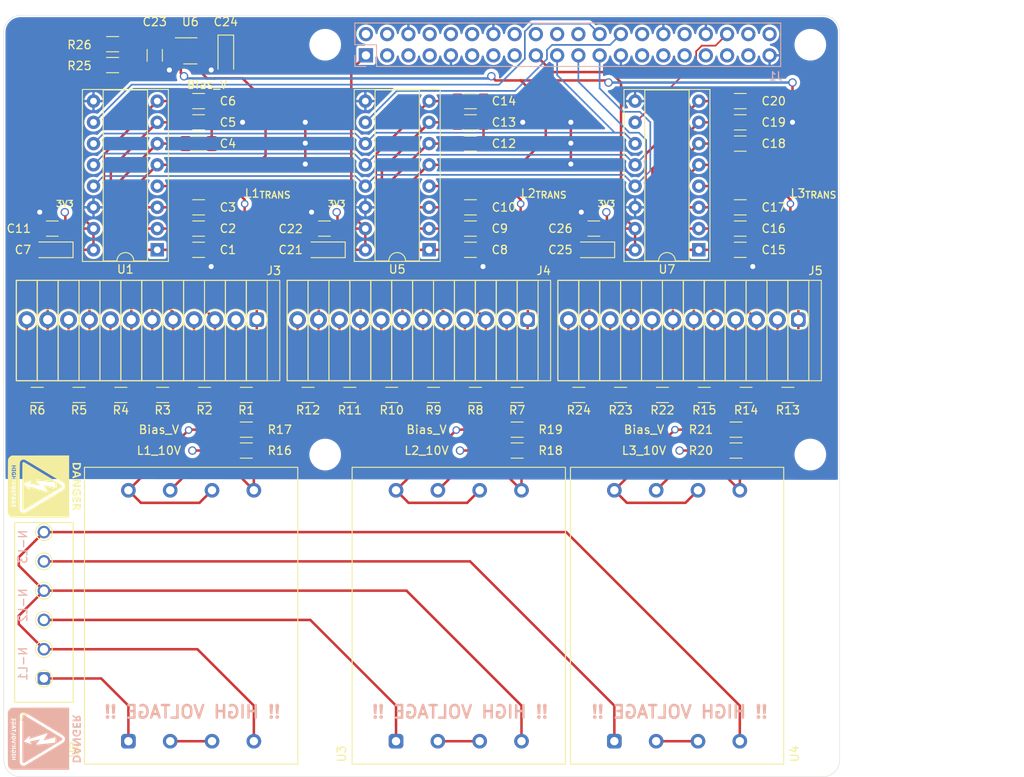
<source format=kicad_pcb>
(kicad_pcb (version 20241229) (generator "pcbnew") (generator_version "9.0")
  (title_block (date "15 nov 2012"))
  (layers (0 "F.Cu" signal) (2 "B.Cu" signal) (13 "F.Paste" user) (15 "B.Paste" user) (5 "F.SilkS" user "F.Silkscreen") (7 "B.SilkS" user "B.Silkscreen") (1 "F.Mask" user) (3 "B.Mask" user) (25 "Edge.Cuts" user))
  (net 0 "")
  (net 1 "GND")
  (net 2 "/GPIO[2]{slash}SDA1")
  (net 3 "/GPIO[3]{slash}SCL1")
  (net 4 "/GPIO[4]{slash}GPCLK0")
  (net 5 "/GPIO[14]{slash}TXD0")
  (net 6 "/GPIO[15]{slash}RXD0")
  (net 7 "/GPIO[17]")
  (net 8 "/GPIO[18]{slash}PCM.CLK")
  (net 9 "/GPIO[27]")
  (net 10 "/GPIO[22]")
  (net 11 "/GPIO[23]")
  (net 12 "/GPIO[24]")
  (net 13 "/GPIO[10]{slash}SPI0.MOSI")
  (net 14 "/GPIO[9]{slash}SPI0.MISO")
  (net 15 "/GPIO[25]")
  (net 16 "/GPIO[11]{slash}SPI0.SCLK")
  (net 17 "/GPIO[8]{slash}SPI0.CE0")
  (net 18 "/GPIO[7]{slash}SPI0.CE1")
  (net 19 "/ID_SDA")
  (net 20 "/ID_SCL")
  (net 21 "/GPIO[5]")
  (net 22 "/GPIO[6]")
  (net 23 "/GPIO[12]{slash}PWM0")
  (net 24 "/GPIO[13]{slash}PWM1")
  (net 25 "/GPIO[19]{slash}PCM.FS")
  (net 26 "/GPIO[16]")
  (net 27 "/GPIO[26]")
  (net 28 "/GPIO[20]{slash}PCM.DIN")
  (net 29 "/GPIO[21]{slash}PCM.DOUT")
  (net 30 "+5V")
  (net 31 "/L1CT1")
  (net 32 "/L1CT2")
  (net 33 "/L1CT3")
  (net 34 "/L1CT4")
  (net 35 "/L1CT5")
  (net 36 "/L1CT6")
  (net 37 "+3.3V")
  (net 38 "/L2CT1")
  (net 39 "/L2CT2")
  (net 40 "/L2CT3")
  (net 41 "/L2CT4")
  (net 42 "/L2CT5")
  (net 43 "/L2CT6")
  (net 44 "/L3CT1")
  (net 45 "/L3CT2")
  (net 46 "/L3CT3")
  (net 47 "/L3CT4")
  (net 48 "/L3CT5")
  (net 49 "/L3CT6")
  (net 50 "Net-(C23-Pad1)")
  (net 51 "/L1")
  (net 52 "/N")
  (net 53 "/L2")
  (net 54 "/L3")
  (net 55 "/Bias_V")
  (net 56 "/L1_{TRANS}")
  (net 57 "/L2_{TRANS}")
  (net 58 "/L3_{TRANS}")
  (net 59 "Net-(U2-Pad2)")
  (net 60 "Net-(U3-Pad2)")
  (net 61 "Net-(U4-Pad2)")
  (net 62 "Net-(R16-Pad1)")
  (net 63 "Net-(R18-Pad1)")
  (net 64 "Net-(R20-Pad1)")
  (footprint "Package_DIP:DIP-16_W7.62mm_Socket" (layer "F.Cu") (at 115.92 72.02 180)
    (property "Reference" "U5")
    (property "Value" "MCP3008")
  )
  (footprint "Resistor_SMD:R_1206_3216Metric_Pad1.30x1.75mm_HandSolder" (layer "F.Cu") (at 94.07 89.37 180)
    (property "Reference" "R1")
    (property "Value" "22R")
  )
  (footprint "Resistor_SMD:R_1206_3216Metric_Pad1.30x1.75mm_HandSolder" (layer "F.Cu") (at 84.07 89.37 180)
    (property "Reference" "R3")
    (property "Value" "22R")
  )
  (footprint "Capacitor_SMD:C_1206_3216Metric_Pad1.33x1.80mm_HandSolder" (layer "F.Cu") (at 120.87 56.78)
    (property "Reference" "C13")
    (property "Value" "10nF")
  )
  (footprint "MountingHole:MountingHole_2.7mm_M2.5" (layer "F.Cu") (at 161.5 47.5)
    (property "Reference" "MH2" (hide yes))
    (property "Value" "MountingHole_2.7mm_M2.5" (hide yes))
  )
  (footprint "Package_TO_SOT_SMD:SOT-23-5" (layer "F.Cu") (at 87.37988 48.2325)
    (property "Reference" "U6")
    (property "Value" "LMV321")
  )
  (footprint "Resistor_SMD:R_1206_3216Metric_Pad1.30x1.75mm_HandSolder" (layer "F.Cu") (at 158.82 89.37 180)
    (property "Reference" "R13")
    (property "Value" "22R")
  )
  (footprint "Resistor_SMD:R_1206_3216Metric_Pad1.30x1.75mm_HandSolder" (layer "F.Cu") (at 116.45 89.37 180)
    (property "Reference" "R9")
    (property "Value" "22R")
  )
  (footprint "Resistor_SMD:R_1206_3216Metric_Pad1.30x1.75mm_HandSolder" (layer "F.Cu") (at 101.45 89.37 180)
    (property "Reference" "R12")
    (property "Value" "22R")
  )
  (footprint "Resistor_SMD:R_1206_3216Metric_Pad1.30x1.75mm_HandSolder" (layer "F.Cu") (at 153.82 89.37 180)
    (property "Reference" "R14")
    (property "Value" "22R")
  )
  (footprint "Resistor_SMD:R_1206_3216Metric_Pad1.30x1.75mm_HandSolder" (layer "F.Cu") (at 133.82 89.37 180)
    (property "Reference" "R24")
    (property "Value" "22R")
  )
  (footprint "Resistor_SMD:R_1206_3216Metric_Pad1.30x1.75mm_HandSolder" (layer "F.Cu") (at 152.62 96.02)
    (property "Reference" "R20")
    (property "Value" "100k")
  )
  (footprint "Capacitor_SMD:C_1206_3216Metric_Pad1.33x1.80mm_HandSolder" (layer "F.Cu") (at 135.62 69.48 180)
    (property "Reference" "C26")
    (property "Value" "100nF")
  )
  (footprint "RPiWattMeterFootprints:PhoenixContact_PTSA 0,5_12-2,5-F" (layer "F.Cu") (at 127.7 80.369117 180)
    (property "Reference" "J4")
    (property "Value" "Screw_Terminal_01x12")
  )
  (footprint "Capacitor_SMD:C_1206_3216Metric_Pad1.33x1.80mm_HandSolder" (layer "F.Cu") (at 153.12 54.24)
    (property "Reference" "C20")
    (property "Value" "10nF")
  )
  (footprint "Capacitor_SMD:C_1206_3216Metric_Pad1.33x1.80mm_HandSolder" (layer "F.Cu") (at 153.12 69.48 180)
    (property "Reference" "C16")
    (property "Value" "10nF")
  )
  (footprint "RPiWattMeterFootprints:Hammond_160D20" (layer "F.Cu") (at 79.97 130.77 90)
    (property "Reference" "U2")
    (property "Value" "160D20")
  )
  (footprint "Resistor_SMD:R_1206_3216Metric_Pad1.30x1.75mm_HandSolder" (layer "F.Cu") (at 69.07 89.37 180)
    (property "Reference" "R6")
    (property "Value" "22R")
  )
  (footprint "Resistor_SMD:R_1206_3216Metric_Pad1.30x1.75mm_HandSolder" (layer "F.Cu") (at 78.07988 49.9325)
    (property "Reference" "R25")
    (property "Value" "12k")
  )
  (footprint "Capacitor_Tantalum_SMD:CP_EIA-3216-12_Kemet-S_Pad1.58x1.35mm_HandSolder" (layer "F.Cu") (at 91.62 48.8325 -90)
    (property "Reference" "C24")
    (property "Value" "100nF")
  )
  (footprint "Capacitor_SMD:C_1206_3216Metric_Pad1.33x1.80mm_HandSolder" (layer "F.Cu") (at 88.37 72.02 180)
    (property "Reference" "C1")
    (property "Value" "10nF")
  )
  (footprint "Resistor_SMD:R_1206_3216Metric_Pad1.30x1.75mm_HandSolder" (layer "F.Cu") (at 94.07 93.52)
    (property "Reference" "R17")
    (property "Value" "10k")
  )
  (footprint "Resistor_SMD:R_1206_3216Metric_Pad1.30x1.75mm_HandSolder" (layer "F.Cu") (at 94.07 96.02)
    (property "Reference" "R16")
    (property "Value" "100k")
  )
  (footprint "Resistor_SMD:R_1206_3216Metric_Pad1.30x1.75mm_HandSolder" (layer "F.Cu") (at 126.45 89.37 180)
    (property "Reference" "R7")
    (property "Value" "22R")
  )
  (footprint "Capacitor_SMD:C_1206_3216Metric_Pad1.33x1.80mm_HandSolder" (layer "F.Cu") (at 120.87 54.24)
    (property "Reference" "C14")
    (property "Value" "10nF")
  )
  (footprint "RPiWattMeterFootprints:Hammond_160D20" (layer "F.Cu") (at 111.97 130.77 90)
    (property "Reference" "U3")
    (property "Value" "160D20")
  )
  (footprint "Resistor_SMD:R_1206_3216Metric_Pad1.30x1.75mm_HandSolder" (layer "F.Cu") (at 121.45 89.37 180)
    (property "Reference" "R8")
    (property "Value" "22R")
  )
  (footprint "RPiWattMeterFootprints:PhoenixContact_PTSA 0,5_12-2,5-F" (layer "F.Cu") (at 95.32 80.37 180)
    (property "Reference" "J3")
    (property "Value" "Screw_Terminal_01x12")
  )
  (footprint "Capacitor_Tantalum_SMD:CP_EIA-3216-12_Kemet-S_Pad1.58x1.35mm_HandSolder" (layer "F.Cu") (at 135.62 72.02 180)
    (property "Reference" "C25")
    (property "Value" "220uF")
  )
  (footprint "RPiWattMeterFootprints:PhoenixContact_1891108" (layer "F.Cu") (at 69.87 123.27 90)
    (property "Reference" "J2")
    (property "Value" "Screw_Terminal_01x06" (hide yes))
  )
  (footprint "Capacitor_SMD:C_1206_3216Metric_Pad1.33x1.80mm_HandSolder" (layer "F.Cu") (at 120.87 59.32)
    (property "Reference" "C12")
    (property "Value" "10nF")
  )
  (footprint "Resistor_SMD:R_1206_3216Metric_Pad1.30x1.75mm_HandSolder" (layer "F.Cu") (at 148.82 89.37 180)
    (property "Reference" "R15")
    (property "Value" "22R")
  )
  (footprint "Capacitor_SMD:C_1206_3216Metric_Pad1.33x1.80mm_HandSolder" (layer "F.Cu") (at 88.37 54.24)
    (property "Reference" "C6")
    (property "Value" "10nF")
  )
  (footprint "RPiWattMeterFootprints:Hammond_160D20" (layer "F.Cu") (at 138.07 130.77 90)
    (property "Reference" "U4")
    (property "Value" "160D20")
  )
  (footprint "MountingHole:MountingHole_2.7mm_M2.5" (layer "F.Cu") (at 103.5 96.5)
    (property "Reference" "MH3" (hide yes))
    (property "Value" "MountingHole_2.7mm_M2.5" (hide yes))
  )
  (footprint "Package_DIP:DIP-16_W7.62mm_Socket" (layer "F.Cu") (at 148.17 72.02 180)
    (property "Reference" "U7")
    (property "Value" "MCP3008")
  )
  (footprint "Resistor_SMD:R_1206_3216Metric_Pad1.30x1.75mm_HandSolder" (layer "F.Cu") (at 89.07 89.37 180)
    (property "Reference" "R2")
    (property "Value" "22R")
  )
  (footprint "Capacitor_SMD:C_1206_3216Metric_Pad1.33x1.80mm_HandSolder" (layer "F.Cu") (at 88.37 56.78)
    (property "Reference" "C5")
    (property "Value" "10nF")
  )
  (footprint "Capacitor_SMD:C_1206_3216Metric_Pad1.33x1.80mm_HandSolder" (layer "F.Cu") (at 153.12 66.94 180)
    (property "Reference" "C17")
    (property "Value" "10nF")
  )
  (footprint "Resistor_SMD:R_1206_3216Metric_Pad1.30x1.75mm_HandSolder" (layer "F.Cu") (at 152.62 93.52)
    (property "Reference" "R21")
    (property "Value" "10k")
  )
  (footprint "MountingHole:MountingHole_2.7mm_M2.5" (layer "F.Cu") (at 103.5 47.5)
    (property "Reference" "MH1" (hide yes))
    (property "Value" "MountingHole_2.7mm_M2.5" (hide yes))
  )
  (footprint "Capacitor_SMD:C_1206_3216Metric_Pad1.33x1.80mm_HandSolder" (layer "F.Cu") (at 88.37 69.48 180)
    (property "Reference" "C2")
    (property "Value" "10nF")
  )
  (footprint "Resistor_SMD:R_1206_3216Metric_Pad1.30x1.75mm_HandSolder" (layer "F.Cu") (at 126.45 93.52)
    (property "Reference" "R19")
    (property "Value" "10k")
  )
  (footprint "Capacitor_SMD:C_1206_3216Metric_Pad1.33x1.80mm_HandSolder" (layer "F.Cu") (at 120.87 72.02 180)
    (property "Reference" "C8")
    (property "Value" "10nF")
  )
  (footprint "Resistor_SMD:R_1206_3216Metric_Pad1.30x1.75mm_HandSolder" (layer "F.Cu") (at 74.07 89.37 180)
    (property "Reference" "R5")
    (property "Value" "22R")
  )
  (footprint "Capacitor_Tantalum_SMD:CP_EIA-3216-12_Kemet-S_Pad1.58x1.35mm_HandSolder" (layer "F.Cu") (at 70.87 72.02 180)
    (property "Reference" "C7")
    (property "Value" "220uF")
  )
  (footprint "Capacitor_SMD:C_1206_3216Metric_Pad1.33x1.80mm_HandSolder" (layer "F.Cu") (at 83.12 48.77 -90)
    (property "Reference" "C23")
    (property "Value" "1uF")
  )
  (footprint "Capacitor_SMD:C_1206_3216Metric_Pad1.33x1.80mm_HandSolder" (layer "F.Cu") (at 120.87 66.94 180)
    (property "Reference" "C10")
    (property "Value" "10nF")
  )
  (footprint "Capacitor_SMD:C_1206_3216Metric_Pad1.33x1.80mm_HandSolder" (layer "F.Cu") (at 153.12 59.32)
    (property "Reference" "C18")
    (property "Value" "10nF")
  )
  (footprint "RPiWattMeterFootprints:schem_high_voltage" (layer "F.Cu") (at 70.12 100.27 -90)
    (property "Reference" "G***" (hide yes))
    (property "Value" "LOGO" (hide yes))
  )
  (footprint "Resistor_SMD:R_1206_3216Metric_Pad1.30x1.75mm_HandSolder" (layer "F.Cu") (at 138.82 89.37 180)
    (property "Reference" "R23")
    (property "Value" "22R")
  )
  (footprint "Resistor_SMD:R_1206_3216Metric_Pad1.30x1.75mm_HandSolder" (layer "F.Cu") (at 79.07 89.37 180)
    (property "Reference" "R4")
    (property "Value" "22R")
  )
  (footprint "Resistor_SMD:R_1206_3216Metric_Pad1.30x1.75mm_HandSolder" (layer "F.Cu") (at 126.45 96.02)
    (property "Reference" "R18")
    (property "Value" "100k")
  )
  (footprint "MountingHole:MountingHole_2.7mm_M2.5" (layer "F.Cu") (at 161.5 96.5)
    (property "Reference" "MH4" (hide yes))
    (property "Value" "MountingHole_2.7mm_M2.5" (hide yes))
  )
  (footprint "Resistor_SMD:R_1206_3216Metric_Pad1.30x1.75mm_HandSolder" (layer "F.Cu") (at 78.07988 47.4325 180)
    (property "Reference" "R26")
    (property "Value" "12k")
  )
  (footprint "Resistor_SMD:R_1206_3216Metric_Pad1.30x1.75mm_HandSolder" (layer "F.Cu") (at 111.45 89.37 180)
    (property "Reference" "R10")
    (property "Value" "22R")
  )
  (footprint "Resistor_SMD:R_1206_3216Metric_Pad1.30x1.75mm_HandSolder" (layer "F.Cu") (at 143.82 89.37 180)
    (property "Reference" "R22")
    (property "Value" "22R")
  )
  (footprint "Capacitor_SMD:C_1206_3216Metric_Pad1.33x1.80mm_HandSolder" (layer "F.Cu") (at 70.87 69.48 180)
    (property "Reference" "C11")
    (property "Value" "100nF")
  )
  (footprint "Capacitor_SMD:C_1206_3216Metric_Pad1.33x1.80mm_HandSolder" (layer "F.Cu") (at 88.37 59.32)
    (property "Reference" "C4")
    (property "Value" "10nF")
  )
  (footprint "Capacitor_SMD:C_1206_3216Metric_Pad1.33x1.80mm_HandSolder" (layer "F.Cu") (at 153.12 56.78)
    (property "Reference" "C19")
    (property "Value" "10nF")
  )
  (footprint "Capacitor_SMD:C_1206_3216Metric_Pad1.33x1.80mm_HandSolder" (layer "F.Cu") (at 120.87 69.48 180)
    (property "Reference" "C9")
    (property "Value" "10nF")
  )
  (footprint "Capacitor_SMD:C_1206_3216Metric_Pad1.33x1.80mm_HandSolder" (layer "F.Cu") (at 88.37 66.94 180)
    (property "Reference" "C3")
    (property "Value" "10nF")
  )
  (footprint "Resistor_SMD:R_1206_3216Metric_Pad1.30x1.75mm_HandSolder" (layer "F.Cu") (at 106.45 89.37 180)
    (property "Reference" "R11")
    (property "Value" "22R")
  )
  (footprint "Capacitor_Tantalum_SMD:CP_EIA-3216-12_Kemet-S_Pad1.58x1.35mm_HandSolder" (layer "F.Cu") (at 103.41 72.02 180)
    (property "Reference" "C21")
    (property "Value" "220uF")
  )
  (footprint "Capacitor_SMD:C_1206_3216Metric_Pad1.33x1.80mm_HandSolder" (layer "F.Cu") (at 153.12 72.02 180)
    (property "Reference" "C15")
    (property "Value" "10nF")
  )
  (footprint "Package_DIP:DIP-16_W7.62mm_Socket" (layer "F.Cu") (at 83.42 72.02 180)
    (property "Reference" "U1")
    (property "Value" "MCP3008")
  )
  (footprint "Capacitor_SMD:C_1206_3216Metric_Pad1.33x1.80mm_HandSolder" (layer "F.Cu") (at 103.41 69.48 180)
    (property "Reference" "C22")
    (property "Value" "100nF")
  )
  (footprint "RPiWattMeterFootprints:PhoenixContact_PTSA 0,5_12-2,5-F" (layer "F.Cu") (at 160.07 80.369117 180)
    (property "Reference" "J5")
    (property "Value" "Screw_Terminal_01x12")
  )
  (footprint "Connector_PinSocket_2.54mm:PinSocket_2x20_P2.54mm_Vertical" (layer "B.Cu") (at 108.37 48.77 -90)
    (property "Reference" "J1")
    (property "Value" "GPIO")
  )
  (footprint "RPiWattMeterFootprints:schem_high_voltage" (layer "B.Cu") (at 70.12 130.52 90)
    (property "Reference" "G***" (hide yes))
    (property "Value" "LOGO" (hide yes))
  )
  (gr_line (start 67.075 44) (end 163 44) (stroke (width 0.05)) (layer "Edge.Cuts"))
  (gr_line (start 65.075 133.02) (end 65.075 46) (stroke (width 0.05)) (layer "Edge.Cuts"))
  (gr_line (start 165 46) (end 165 133.02) (stroke (width 0.05)) (layer "Edge.Cuts"))
  (gr_arc (start 163 44) (mid 164.414214 44.585786) (end 165 46) (stroke (width 0.05)) (layer "Edge.Cuts"))
  (gr_line (start 163 135.02) (end 67.075 135.02) (stroke (width 0.05)) (layer "Edge.Cuts"))
  (gr_arc (start 165 133.02) (mid 164.414214 134.434214) (end 163 135.02) (stroke (width 0.05)) (layer "Edge.Cuts"))
  (gr_arc (start 67.075 135.02) (mid 65.660786 134.434214) (end 65.075 133.02) (stroke (width 0.05)) (layer "Edge.Cuts"))
  (gr_arc (start 65.075 46) (mid 65.660786 44.585786) (end 67.075 44) (stroke (width 0.05)) (layer "Edge.Cuts"))
  (gr_text "Bias_V" (at 141.62 93.52 0) (layer "F.SilkS") (effects (font (size 1 1))))
  (gr_text "Bias_V" (at 83.62 93.52 0) (layer "F.SilkS") (effects (font (size 1 1))))
  (gr_text "L1_{TRANS}" (at 96.62 65.27 0) (layer "F.SilkS") (effects (font (size 1 1))))
  (gr_text "L3_{TRANS}" (at 161.87 65.27 0) (layer "F.SilkS") (effects (font (size 1 1))))
  (gr_text "3V3" (at 104.87 66.52 0) (layer "F.SilkS") (effects (font (size 0.75 0.75))))
  (gr_text "L2_10V" (at 115.62 96.02 0) (layer "F.SilkS") (effects (font (size 1 1))))
  (gr_text "3V3" (at 137.12 66.52 0) (layer "F.SilkS") (effects (font (size 0.75 0.75))))
  (gr_text "Bias_V" (at 89.37 52.27 0) (layer "F.SilkS") (effects (font (size 1 1))))
  (gr_text "L1_10V" (at 83.62 96.02 0) (layer "F.SilkS") (effects (font (size 1 1))))
  (gr_text "3V3" (at 72.37 66.52 0) (layer "F.SilkS") (effects (font (size 0.75 0.75))))
  (gr_text "L3_10V" (at 141.62 96.02 0) (layer "F.SilkS") (effects (font (size 1 1))))
  (gr_text "Bias_V" (at 115.62 93.52 0) (layer "F.SilkS") (effects (font (size 1 1))))
  (gr_text "L2_{TRANS}" (at 129.62 65.27 0) (layer "F.SilkS") (effects (font (size 1 1))))
  (gr_text "N-L3" (at 67.37 107.52 -270) (layer "B.SilkS") (effects (font (size 1 1)) (justify mirror)))
  (gr_text "!! HIGH VOLTAGE !!" (at 145.87 127.27 0) (layer "B.SilkS") (effects (font (size 1.5 1.5) (thickness 0.3)) (justify mirror)))
  (gr_text "!! HIGH VOLTAGE !!" (at 119.62 127.27 0) (layer "B.SilkS") (effects (font (size 1.5 1.5) (thickness 0.3)) (justify mirror)))
  (gr_text "N-L1" (at 67.37 121.52 -270) (layer "B.SilkS") (effects (font (size 1 1)) (justify mirror)))
  (gr_text "N-L2" (at 67.37 114.52 -270) (layer "B.SilkS") (effects (font (size 1 1)) (justify mirror)))
  (gr_text "!! HIGH VOLTAGE !!" (at 87.62 127.27 0) (layer "B.SilkS") (effects (font (size 1.5 1.5) (thickness 0.3)) (justify mirror)))
  (segment (start 122.4325 54.24) (end 122.4325 59.32) (width 0.3) (layer "F.Cu") (net 1))
  (segment (start 90.12 50.27) (end 89.87 50.52) (width 0.3) (layer "F.Cu") (net 1))
  (segment (start 77.37 50.77) (end 77.87 51.27) (width 0.3) (layer "F.Cu") (net 1))
  (segment (start 69.3075 69.48) (end 69.3075 71.895) (width 0.3) (layer "F.Cu") (net 1))
  (segment (start 154.6825 66.94) (end 154.6825 72.02) (width 0.3) (layer "F.Cu") (net 1))
  (segment (start 154.6825 56.78) (end 159.36 56.78) (width 0.3) (layer "F.Cu") (net 1))
  (segment (start 89.9325 66.94) (end 89.9325 69.48) (width 0.3) (layer "F.Cu") (net 1))
  (segment (start 91.62 50.27) (end 90.12 50.27) (width 0.3) (layer "F.Cu") (net 1))
  (segment (start 83.12 50.3325) (end 85.22 48.2325) (width 0.3) (layer "F.Cu") (net 1))
  (segment (start 85.22 48.2325) (end 86.24238 48.2325) (width 0.3) (layer "F.Cu") (net 1))
  (segment (start 127.11 56.78) (end 127.12 56.77) (width 0.3) (layer "F.Cu") (net 1))
  (segment (start 154.6825 54.24) (end 154.6825 59.32) (width 0.3) (layer "F.Cu") (net 1))
  (segment (start 83.12 50.3325) (end 84.6825 50.3325) (width 0.3) (layer "F.Cu") (net 1))
  (segment (start 86.24238 48.2325) (end 89.5825 48.2325) (width 0.3) (layer "F.Cu") (net 1))
  (segment (start 89.9325 72.02) (end 89.9325 73.9575) (width 0.3) (layer "F.Cu") (net 1))
  (segment (start 89.9325 73.9575) (end 89.87 74.02) (width 0.3) (layer "F.Cu") (net 1))
  (segment (start 101.12 59.27) (end 101.12 61.77) (width 0.3) (layer "F.Cu") (net 1))
  (segment (start 89.5825 48.2325) (end 91.62 50.27) (width 0.3) (layer "F.Cu") (net 1))
  (segment (start 134.0575 71.895) (end 134.1825 72.02) (width 0.3) (layer "F.Cu") (net 1))
  (segment (start 122.4325 56.78) (end 127.11 56.78) (width 0.3) (layer "F.Cu") (net 1))
  (segment (start 84.6825 50.3325) (end 84.87 50.52) (width 0.3) (layer "F.Cu") (net 1))
  (segment (start 77.36738 50.77) (end 77.37 50.77) (width 0.3) (layer "F.Cu") (net 1))
  (segment (start 69.3075 71.895) (end 69.4325 72.02) (width 0.3) (layer "F.Cu") (net 1))
  (segment (start 134.12 67.52) (end 134.12 69.4175) (width 0.3) (layer "F.Cu") (net 1))
  (segment (start 89.9325 54.24) (end 89.9325 59.32) (width 0.3) (layer "F.Cu") (net 1))
  (segment (start 101.12 56.77) (end 101.12 59.27) (width 0.3) (layer "F.Cu") (net 1))
  (segment (start 101.87 67.52) (end 101.87 69.4575) (width 0.3) (layer "F.Cu") (net 1))
  (segment (start 122.4325 73.9575) (end 122.37 74.02) (width 0.3) (layer "F.Cu") (net 1))
  (segment (start 132.87 56.77) (end 132.87 59.27) (width 0.3) (layer "F.Cu") (net 1))
  (segment (start 101.8475 69.48) (end 101.8475 71.895) (width 0.3) (layer "F.Cu") (net 1))
  (segment (start 77.87 51.27) (end 82.1825 51.27) (width 0.3) (layer "F.Cu") (net 1))
  (segment (start 134.0575 69.48) (end 134.0575 71.895) (width 0.3) (layer "F.Cu") (net 1))
  (segment (start 93.61 56.78) (end 93.62 56.77) (width 0.3) (layer "F.Cu") (net 1))
  (segment (start 76.52988 49.9325) (end 77.36738 50.77) (width 0.3) (layer "F.Cu") (net 1))
  (segment (start 154.6825 72.02) (end 154.6825 73.9575) (width 0.3) (layer "F.Cu") (net 1))
  (segment (start 89.9325 72.02) (end 89.9325 69.48) (width 0.3) (layer "F.Cu") (net 1))
  (segment (start 134.0575 71.895) (end 134.1825 72.02) (width 0.3) (layer "F.Cu") (net 1))
  (segment (start 154.6825 73.9575) (end 154.62 74.02) (width 0.3) (layer "F.Cu") (net 1))
  (segment (start 101.87 69.4575) (end 101.8475 69.48) (width 0.3) (layer "F.Cu") (net 1))
  (segment (start 132.87 59.27) (end 132.87 61.77) (width 0.3) (layer "F.Cu") (net 1))
  (segment (start 69.37 69.4175) (end 69.3075 69.48) (width 0.3) (layer "F.Cu") (net 1))
  (segment (start 101.8475 71.895) (end 101.9725 72.02) (width 0.3) (layer "F.Cu") (net 1))
  (segment (start 122.4325 72.02) (end 122.4325 73.9575) (width 0.3) (layer "F.Cu") (net 1))
  (segment (start 89.9325 56.78) (end 93.61 56.78) (width 0.3) (layer "F.Cu") (net 1))
  (segment (start 134.0575 69.48) (end 134.0575 71.895) (width 0.3) (layer "F.Cu") (net 1))
  (segment (start 159.36 56.78) (end 159.37 56.77) (width 0.3) (layer "F.Cu") (net 1))
  (segment (start 134.12 69.4175) (end 134.0575 69.48) (width 0.3) (layer "F.Cu") (net 1))
  (segment (start 122.4325 66.94) (end 122.4325 72.02) (width 0.3) (layer "F.Cu") (net 1))
  (segment (start 82.1825 51.27) (end 83.12 50.3325) (width 0.3) (layer "F.Cu") (net 1))
  (segment (start 69.37 67.52) (end 69.37 69.4175) (width 0.3) (layer "F.Cu") (net 1))
  (via (at 93.62 56.77) (size 0.9) (drill 0.6) (layers "F.Cu" "B.Cu") (net 1))
  (via (at 154.62 74.02) (size 0.9) (drill 0.6) (layers "F.Cu" "B.Cu") (net 1))
  (via (at 101.12 59.27) (size 0.9) (drill 0.6) (layers "F.Cu" "B.Cu") (net 1))
  (via (at 89.87 74.02) (size 0.9) (drill 0.6) (layers "F.Cu" "B.Cu") (net 1))
  (via (at 69.37 67.52) (size 0.9) (drill 0.6) (layers "F.Cu" "B.Cu") (net 1))
  (via (at 89.87 50.52) (size 0.9) (drill 0.6) (layers "F.Cu" "B.Cu") (net 1))
  (via (at 132.87 56.77) (size 0.9) (drill 0.6) (layers "F.Cu" "B.Cu") (net 1))
  (via (at 132.87 59.27) (size 0.9) (drill 0.6) (layers "F.Cu" "B.Cu") (net 1))
  (via (at 101.87 67.52) (size 0.9) (drill 0.6) (layers "F.Cu" "B.Cu") (net 1))
  (via (at 132.87 61.77) (size 0.9) (drill 0.6) (layers "F.Cu" "B.Cu") (net 1))
  (via (at 101.12 56.77) (size 0.9) (drill 0.6) (layers "F.Cu" "B.Cu") (net 1))
  (via (at 134.12 67.52) (size 0.9) (drill 0.6) (layers "F.Cu" "B.Cu") (net 1))
  (via (at 127.12 56.77) (size 0.9) (drill 0.6) (layers "F.Cu" "B.Cu") (net 1))
  (via (at 159.37 56.77) (size 0.9) (drill 0.6) (layers "F.Cu" "B.Cu") (net 1))
  (via (at 101.12 61.77) (size 0.9) (drill 0.6) (layers "F.Cu" "B.Cu") (net 1))
  (via (at 122.37 74.02) (size 0.9) (drill 0.6) (layers "F.Cu" "B.Cu") (net 1))
  (via (at 84.87 50.52) (size 0.9) (drill 0.6) (layers "F.Cu" "B.Cu") (net 1))
  (segment (start 131.23 51.13) (end 131.23 48.77) (width 0.2) (layer "B.Cu") (net 13))
  (segment (start 108.3 59.32) (end 109.6 58.02) (width 0.2) (layer "B.Cu") (net 13))
  (segment (start 126.37 58.02) (end 139.25 58.02) (width 0.2) (layer "B.Cu") (net 13))
  (segment (start 138.12 58.02) (end 131.23 51.13) (width 0.2) (layer "B.Cu") (net 13))
  (segment (start 107.1 58.12) (end 108.3 59.32) (width 0.2) (layer "B.Cu") (net 13))
  (segment (start 75.8 59.32) (end 77 58.12) (width 0.2) (layer "B.Cu") (net 13))
  (segment (start 139.25 58.02) (end 138.12 58.02) (width 0.2) (layer "B.Cu") (net 13))
  (segment (start 109.6 58.02) (end 126.37 58.02) (width 0.2) (layer "B.Cu") (net 13))
  (segment (start 77 58.12) (end 107.1 58.12) (width 0.2) (layer "B.Cu") (net 13))
  (segment (start 139.25 58.02) (end 140.55 59.32) (width 0.2) (layer "B.Cu") (net 13))
  (segment (start 139.35 60.66) (end 140.55 61.86) (width 0.2) (layer "B.Cu") (net 14))
  (segment (start 75.8 61.86) (end 77.14 60.52) (width 0.2) (layer "B.Cu") (net 14))
  (segment (start 141.87 58.88) (end 141.01 58.02) (width 0.2) (layer "B.Cu") (net 14))
  (segment (start 141.01 58.02) (end 139.87 58.02) (width 0.2) (layer "B.Cu") (net 14))
  (segment (start 106.96 60.52) (end 108.3 61.86) (width 0.2) (layer "B.Cu") (net 14))
  (segment (start 139.87 58.02) (end 133.77 51.92) (width 0.2) (layer "B.Cu") (net 14))
  (segment (start 141.87 60.54) (end 141.87 58.88) (width 0.2) (layer "B.Cu") (net 14))
  (segment (start 108.3 61.86) (end 109.5 60.66) (width 0.2) (layer "B.Cu") (net 14))
  (segment (start 133.77 51.92) (end 133.77 48.77) (width 0.2) (layer "B.Cu") (net 14))
  (segment (start 109.5 60.66) (end 139.35 60.66) (width 0.2) (layer "B.Cu") (net 14))
  (segment (start 140.55 61.86) (end 141.87 60.54) (width 0.2) (layer "B.Cu") (net 14))
  (segment (start 77.14 60.52) (end 106.96 60.52) (width 0.2) (layer "B.Cu") (net 14))
  (segment (start 109.64 63.06) (end 139.21 63.06) (width 0.2) (layer "B.Cu") (net 16))
  (segment (start 107.1 63.2) (end 108.3 64.4) (width 0.2) (layer "B.Cu") (net 16))
  (segment (start 139.21 63.06) (end 140.55 64.4) (width 0.2) (layer "B.Cu") (net 16))
  (segment (start 142.37 56.77) (end 141.12 55.52) (width 0.2) (layer "B.Cu") (net 16))
  (segment (start 142.37 62.58) (end 142.37 56.77) (width 0.2) (layer "B.Cu") (net 16))
  (segment (start 108.3 64.4) (end 109.64 63.06) (width 0.2) (layer "B.Cu") (net 16))
  (segment (start 139.12 55.52) (end 136.31 52.71) (width 0.2) (layer "B.Cu") (net 16))
  (segment (start 77 63.2) (end 107.1 63.2) (width 0.2) (layer "B.Cu") (net 16))
  (segment (start 140.55 64.4) (end 142.37 62.58) (width 0.2) (layer "B.Cu") (net 16))
  (segment (start 75.8 64.4) (end 77 63.2) (width 0.2) (layer "B.Cu") (net 16))
  (segment (start 141.12 55.52) (end 139.12 55.52) (width 0.2) (layer "B.Cu") (net 16))
  (segment (start 136.31 52.71) (end 136.31 48.77) (width 0.2) (layer "B.Cu") (net 16))
  (segment (start 122.951644 52.28) (end 124.28049 52.28) (width 0.2) (layer "B.Cu") (net 17))
  (segment (start 124.28049 52.28) (end 127.37 49.19049) (width 0.2) (layer "B.Cu") (net 17))
  (segment (start 128.29951 44.98) (end 135.06 44.98) (width 0.2) (layer "B.Cu") (net 17))
  (segment (start 75.86 56.78) (end 80.37 52.27) (width 0.2) (layer "B.Cu") (net 17))
  (segment (start 87.038356 52.28) (end 87.048356 52.27) (width 0.2) (layer "B.Cu") (net 17))
  (segment (start 86.191644 52.27) (end 86.201644 52.28) (width 0.2) (layer "B.Cu") (net 17))
  (segment (start 86.201644 52.28) (end 87.038356 52.28) (width 0.2) (layer "B.Cu") (net 17))
  (segment (start 122.941644 52.27) (end 122.951644 52.28) (width 0.2) (layer "B.Cu") (net 17))
  (segment (start 127.37 45.90951) (end 128.29951 44.98) (width 0.2) (layer "B.Cu") (net 17))
  (segment (start 87.048356 52.27) (end 122.941644 52.27) (width 0.2) (layer "B.Cu") (net 17))
  (segment (start 135.06 44.98) (end 136.31 46.23) (width 0.2) (layer "B.Cu") (net 17))
  (segment (start 127.37 49.19049) (end 127.37 45.90951) (width 0.2) (layer "B.Cu") (net 17))
  (segment (start 80.37 52.27) (end 86.191644 52.27) (width 0.2) (layer "B.Cu") (net 17))
  (segment (start 75.8 56.78) (end 75.86 56.78) (width 0.2) (layer "B.Cu") (net 17))
  (segment (start 126.207767 53.02) (end 130.012631 49.215136) (width 0.2) (layer "B.Cu") (net 18))
  (segment (start 130.012631 48.127369) (end 130.62 47.52) (width 0.2) (layer "B.Cu") (net 18))
  (segment (start 130.62 47.52) (end 137.56 47.52) (width 0.2) (layer "B.Cu") (net 18))
  (segment (start 130.012631 49.215136) (end 130.012631 48.127369) (width 0.2) (layer "B.Cu") (net 18))
  (segment (start 137.56 47.52) (end 138.85 46.23) (width 0.2) (layer "B.Cu") (net 18))
  (segment (start 112.06 53.02) (end 126.207767 53.02) (width 0.2) (layer "B.Cu") (net 18))
  (segment (start 108.3 56.78) (end 112.06 53.02) (width 0.2) (layer "B.Cu") (net 18))
  (segment (start 150.170001 47.609999) (end 151.55 46.23) (width 0.2) (layer "F.Cu") (net 26))
  (segment (start 147.849999 48.289511) (end 148.529511 47.609999) (width 0.2) (layer "F.Cu") (net 26))
  (segment (start 140.61 56.78) (end 147.849999 49.540001) (width 0.2) (layer "F.Cu") (net 26))
  (segment (start 147.849999 49.540001) (end 147.849999 48.289511) (width 0.2) (layer "F.Cu") (net 26))
  (segment (start 140.55 56.78) (end 140.61 56.78) (width 0.2) (layer "F.Cu") (net 26))
  (segment (start 148.529511 47.609999) (end 150.170001 47.609999) (width 0.2) (layer "F.Cu") (net 26))
  (segment (start 95.32 80.370883) (end 95.32 78.97) (width 0.3) (layer "F.Cu") (net 31))
  (segment (start 95.32 78.97) (end 93.12 76.77) (width 0.3) (layer "F.Cu") (net 31))
  (segment (start 83.42 72.02) (end 86.8075 72.02) (width 0.3) (layer "F.Cu") (net 31))
  (segment (start 85.12 76.77) (end 82.12 73.77) (width 0.3) (layer "F.Cu") (net 31))
  (segment (start 82.12 72.02) (end 83.42 72.02) (width 0.3) (layer "F.Cu") (net 31))
  (segment (start 93.12 76.77) (end 85.12 76.77) (width 0.3) (layer "F.Cu") (net 31))
  (segment (start 82.12 73.77) (end 82.12 72.02) (width 0.3) (layer "F.Cu") (net 31))
  (segment (start 95.32 80.370883) (end 95.32 89.07) (width 0.3) (layer "F.Cu") (net 31))
  (segment (start 95.32 89.07) (end 95.62 89.37) (width 0.3) (layer "F.Cu") (net 31))
  (segment (start 81.37 74.27) (end 81.37 70.27) (width 0.3) (layer "F.Cu") (net 32))
  (segment (start 87.469117 77.52) (end 84.62 77.52) (width 0.3) (layer "F.Cu") (net 32))
  (segment (start 83.42 69.48) (end 86.8075 69.48) (width 0.3) (layer "F.Cu") (net 32))
  (segment (start 90.32 80.370883) (end 90.32 89.07) (width 0.3) (layer "F.Cu") (net 32))
  (segment (start 90.32 80.370883) (end 87.469117 77.52) (width 0.3) (layer "F.Cu") (net 32))
  (segment (start 81.37 70.27) (end 82.16 69.48) (width 0.3) (layer "F.Cu") (net 32))
  (segment (start 82.16 69.48) (end 83.42 69.48) (width 0.3) (layer "F.Cu") (net 32))
  (segment (start 84.62 77.52) (end 81.37 74.27) (width 0.3) (layer "F.Cu") (net 32))
  (segment (start 90.32 89.07) (end 90.62 89.37) (width 0.3) (layer "F.Cu") (net 32))
  (segment (start 80.62 74.77) (end 80.62 67.77) (width 0.3) (layer "F.Cu") (net 33))
  (segment (start 83.42 66.94) (end 86.8075 66.94) (width 0.3) (layer "F.Cu") (net 33))
  (segment (start 85.32 80.370883) (end 85.32 79.47) (width 0.3) (layer "F.Cu") (net 33))
  (segment (start 85.32 79.47) (end 80.62 74.77) (width 0.3) (layer "F.Cu") (net 33))
  (segment (start 85.32 80.370883) (end 85.32 89.07) (width 0.3) (layer "F.Cu") (net 33))
  (segment (start 81.45 66.94) (end 83.42 66.94) (width 0.3) (layer "F.Cu") (net 33))
  (segment (start 85.32 89.07) (end 85.62 89.37) (width 0.3) (layer "F.Cu") (net 33))
  (segment (start 80.62 67.77) (end 81.45 66.94) (width 0.3) (layer "F.Cu") (net 33))
  (segment (start 78.62 64.12) (end 83.42 59.32) (width 0.3) (layer "F.Cu") (net 34))
  (segment (start 80.32 77.22) (end 78.62 75.52) (width 0.3) (layer "F.Cu") (net 34))
  (segment (start 80.32 89.07) (end 80.62 89.37) (width 0.3) (layer "F.Cu") (net 34))
  (segment (start 80.32 80.370883) (end 80.32 89.07) (width 0.3) (layer "F.Cu") (net 34))
  (segment (start 83.42 59.32) (end 86.8075 59.32) (width 0.3) (layer "F.Cu") (net 34))
  (segment (start 78.62 75.52) (end 78.62 64.12) (width 0.3) (layer "F.Cu") (net 34))
  (segment (start 80.32 80.370883) (end 80.32 77.22) (width 0.3) (layer "F.Cu") (net 34))
  (segment (start 75.32 76.57) (end 77.87 74.02) (width 0.3) (layer "F.Cu") (net 35))
  (segment (start 83.42 56.78) (end 86.8075 56.78) (width 0.3) (layer "F.Cu") (net 35))
  (segment (start 77.87 74.02) (end 77.87 62.33) (width 0.3) (layer "F.Cu") (net 35))
  (segment (start 77.87 62.33) (end 83.42 56.78) (width 0.3) (layer "F.Cu") (net 35))
  (segment (start 75.32 80.370883) (end 75.32 89.07) (width 0.3) (layer "F.Cu") (net 35))
  (segment (start 75.32 89.07) (end 75.62 89.37) (width 0.3) (layer "F.Cu") (net 35))
  (segment (start 75.32 80.370883) (end 75.32 76.57) (width 0.3) (layer "F.Cu") (net 35))
  (segment (start 83.42 54.24) (end 86.8075 54.24) (width 0.3) (layer "F.Cu") (net 36))
  (segment (start 70.32 78.07) (end 72.12 76.27) (width 0.3) (layer "F.Cu") (net 36))
  (segment (start 70.32 80.370883) (end 70.32 89.07) (width 0.3) (layer "F.Cu") (net 36))
  (segment (start 77.05 60.61) (end 83.42 54.24) (width 0.3) (layer "F.Cu") (net 36))
  (segment (start 74.37 76.27) (end 77.05 73.59) (width 0.3) (layer "F.Cu") (net 36))
  (segment (start 72.12 76.27) (end 74.37 76.27) (width 0.3) (layer "F.Cu") (net 36))
  (segment (start 77.05 73.59) (end 77.05 60.61) (width 0.3) (layer "F.Cu") (net 36))
  (segment (start 70.32 80.370883) (end 70.32 78.07) (width 0.3) (layer "F.Cu") (net 36))
  (segment (start 70.32 89.07) (end 70.62 89.37) (width 0.3) (layer "F.Cu") (net 36))
  (segment (start 88.62988 47.395) (end 91.62 47.395) (width 0.3) (layer "F.Cu") (net 37))
  (segment (start 104.9725 67.6225) (end 104.87 67.52) (width 0.3) (layer "F.Cu") (net 37))
  (segment (start 137.1825 67.5825) (end 137.12 67.52) (width 0.3) (layer "F.Cu") (net 37))
  (segment (start 72.4325 69.48) (end 72.4325 71.895) (width 0.3) (layer "F.Cu") (net 37))
  (segment (start 137.62 50.77) (end 138.87 52.02) (width 0.3) (layer "F.Cu") (net 37))
  (segment (start 137.1825 69.48) (end 137.1825 67.5825) (width 0.3) (layer "F.Cu") (net 37))
  (segment (start 88.51738 47.2825) (end 88.62988 47.395) (width 0.3) (layer "F.Cu") (net 37))
  (segment (start 138.87 67.8) (end 140.55 69.48) (width 0.3) (layer "F.Cu") (net 37))
  (segment (start 106.62 67.8) (end 108.3 69.48) (width 0.3) (layer "F.Cu") (net 37))
  (segment (start 106.62 51.02) (end 106.62 67.8) (width 0.3) (layer "F.Cu") (net 37))
  (segment (start 128.69 48.77) (end 130.69 50.77) (width 0.3) (layer "F.Cu") (net 37))
  (segment (start 94.995 50.77) (end 91.62 47.395) (width 0.3) (layer "F.Cu") (net 37))
  (segment (start 72.4325 69.48) (end 72.4325 67.5825) (width 0.3) (layer "F.Cu") (net 37))
  (segment (start 73.87 67.55) (end 75.8 69.48) (width 0.3) (layer "F.Cu") (net 37))
  (segment (start 76.52988 47.4325) (end 77.94238 46.02) (width 0.3) (layer "F.Cu") (net 37))
  (segment (start 104.9725 71.895) (end 104.8475 72.02) (width 0.3) (layer "F.Cu") (net 37))
  (segment (start 106.37 50.77) (end 94.995 50.77) (width 0.3) (layer "F.Cu") (net 37))
  (segment (start 104.8475 72.02) (end 108.3 72.02) (width 0.3) (layer "F.Cu") (net 37))
  (segment (start 77.94238 46.02) (end 87.25488 46.02) (width 0.3) (layer "F.Cu") (net 37))
  (segment (start 72.3075 72.02) (end 75.8 72.02) (width 0.3) (layer "F.Cu") (net 37))
  (segment (start 76.52988 47.4325) (end 73.87 50.09238) (width 0.3) (layer "F.Cu") (net 37))
  (segment (start 72.4325 69.48) (end 75.8 69.48) (width 0.3) (layer "F.Cu") (net 37))
  (segment (start 138.87 52.02) (end 138.87 67.8) (width 0.3) (layer "F.Cu") (net 37))
  (segment (start 76.52988 47.3825) (end 76.52988 47.4325) (width 0.3) (layer "F.Cu") (net 37))
  (segment (start 75.8 69.48) (end 75.8 72.02) (width 0.3) (layer "F.Cu") (net 37))
  (segment (start 104.9725 69.48) (end 108.3 69.48) (width 0.3) (layer "F.Cu") (net 37))
  (segment (start 137.1825 69.48) (end 140.55 69.48) (width 0.3) (layer "F.Cu") (net 37))
  (segment (start 72.4325 67.5825) (end 72.37 67.52) (width 0.3) (layer "F.Cu") (net 37))
  (segment (start 137.1825 69.48) (end 137.1825 71.895) (width 0.3) (layer "F.Cu") (net 37))
  (segment (start 87.25488 46.02) (end 88.51738 47.2825) (width 0.3) (layer "F.Cu") (net 37))
  (segment (start 137.1825 71.895) (end 137.0575 72.02) (width 0.3) (layer "F.Cu") (net 37))
  (segment (start 140.55 69.48) (end 140.55 72.02) (width 0.3) (layer "F.Cu") (net 37))
  (segment (start 130.69 50.77) (end 137.62 50.77) (width 0.3) (layer "F.Cu") (net 37))
  (segment (start 73.87 50.09238) (end 73.87 67.55) (width 0.3) (layer "F.Cu") (net 37))
  (segment (start 137.0575 72.02) (end 140.55 72.02) (width 0.3) (layer "F.Cu") (net 37))
  (segment (start 108.37 48.77) (end 106.37 50.77) (width 0.3) (layer "F.Cu") (net 37))
  (segment (start 106.37 50.77) (end 106.62 51.02) (width 0.3) (layer "F.Cu") (net 37))
  (segment (start 72.4325 71.895) (end 72.3075 72.02) (width 0.3) (layer "F.Cu") (net 37))
  (segment (start 104.9725 69.48) (end 104.9725 67.6225) (width 0.3) (layer "F.Cu") (net 37))
  (segment (start 108.3 69.48) (end 108.3 72.02) (width 0.3) (layer "F.Cu") (net 37))
  (segment (start 104.9725 69.48) (end 104.9725 71.895) (width 0.3) (layer "F.Cu") (net 37))
  (via (at 72.37 67.52) (size 1) (drill 0.7) (layers "F.Cu" "B.Cu") (net 37))
  (via (at 104.87 67.52) (size 1) (drill 0.7) (layers "F.Cu" "B.Cu") (net 37))
  (via (at 137.12 67.52) (size 1) (drill 0.7) (layers "F.Cu" "B.Cu") (net 37))
  (segment (start 125.530668 76.77) (end 117.530668 76.77) (width 0.3) (layer "F.Cu") (net 38))
  (segment (start 127.7 80.37) (end 127.7 89.07) (width 0.3) (layer "F.Cu") (net 38))
  (segment (start 117.530668 76.77) (end 114.57 73.809332) (width 0.3) (layer "F.Cu") (net 38))
  (segment (start 127.730668 80.370883) (end 127.730668 78.97) (width 0.3) (layer "F.Cu") (net 38))
  (segment (start 127.730668 78.97) (end 125.530668 76.77) (width 0.3) (layer "F.Cu") (net 38))
  (segment (start 114.57 72.080668) (end 114.630668 72.02) (width 0.3) (layer "F.Cu") (net 38))
  (segment (start 127.7 89.07) (end 128 89.37) (width 0.3) (layer "F.Cu") (net 38))
  (segment (start 114.630668 72.02) (end 115.92 72.02) (width 0.3) (layer "F.Cu") (net 38))
  (segment (start 115.92 72.02) (end 119.3075 72.02) (width 0.3) (layer "F.Cu") (net 38))
  (segment (start 114.57 73.809332) (end 114.57 72.080668) (width 0.3) (layer "F.Cu") (net 38))
  (segment (start 119.879785 77.52) (end 117.030668 77.52) (width 0.3) (layer "F.Cu") (net 39))
  (segment (start 117.030668 77.52) (end 113.780668 74.27) (width 0.3) (layer "F.Cu") (net 39))
  (segment (start 122.7 89.07) (end 123 89.37) (width 0.3) (layer "F.Cu") (net 39))
  (segment (start 115.92 69.48) (end 119.3075 69.48) (width 0.3) (layer "F.Cu") (net 39))
  (segment (start 113.780668 74.27) (end 113.780668 70.27) (width 0.3) (layer "F.Cu") (net 39))
  (segment (start 122.7 80.37) (end 122.7 89.07) (width 0.3) (layer "F.Cu") (net 39))
  (segment (start 122.730668 80.370883) (end 119.879785 77.52) (width 0.3) (layer "F.Cu") (net 39))
  (segment (start 114.570668 69.48) (end 115.92 69.48) (width 0.3) (layer "F.Cu") (net 39))
  (segment (start 113.780668 70.27) (end 114.570668 69.48) (width 0.3) (layer "F.Cu") (net 39))
  (segment (start 117.730668 80.370883) (end 117.730668 79.47) (width 0.3) (layer "F.Cu") (net 40))
  (segment (start 115.92 66.94) (end 119.3075 66.94) (width 0.3) (layer "F.Cu") (net 40))
  (segment (start 117.7 89.07) (end 118 89.37) (width 0.3) (layer "F.Cu") (net 40))
  (segment (start 114.030334 66.94) (end 115.92 66.94) (width 0.3) (layer "F.Cu") (net 40))
  (segment (start 113.030668 67.939666) (end 114.030334 66.94) (width 0.3) (layer "F.Cu") (net 40))
  (segment (start 117.7 80.37) (end 117.7 89.07) (width 0.3) (layer "F.Cu") (net 40))
  (segment (start 113.030668 74.77) (end 113.030668 67.939666) (width 0.3) (layer "F.Cu") (net 40))
  (segment (start 117.730668 79.47) (end 113.030668 74.77) (width 0.3) (layer "F.Cu") (net 40))
  (segment (start 111.030668 75.52) (end 111.030668 64.109332) (width 0.3) (layer "F.Cu") (net 41))
  (segment (start 112.7 89.07) (end 113 89.37) (width 0.3) (layer "F.Cu") (net 41))
  (segment (start 112.730668 80.370883) (end 112.730668 77.22) (width 0.3) (layer "F.Cu") (net 41))
  (segment (start 112.730668 77.22) (end 111.030668 75.52) (width 0.3) (layer "F.Cu") (net 41))
  (segment (start 115.82 59.32) (end 115.92 59.32) (width 0.3) (layer "F.Cu") (net 41))
  (segment (start 115.92 59.32) (end 119.3075 59.32) (width 0.3) (layer "F.Cu") (net 41))
  (segment (start 111.030668 64.109332) (end 115.82 59.32) (width 0.3) (layer "F.Cu") (net 41))
  (segment (start 112.7 80.37) (end 112.7 89.07) (width 0.3) (layer "F.Cu") (net 41))
  (segment (start 107.730668 76.57) (end 110.280668 74.02) (width 0.3) (layer "F.Cu") (net 42))
  (segment (start 110.280668 62.469666) (end 115.92 56.830334) (width 0.3) (layer "F.Cu") (net 42))
  (segment (start 115.92 56.830334) (end 115.92 56.78) (width 0.3) (layer "F.Cu") (net 42))
  (segment (start 107.730668 80.370883) (end 107.730668 76.57) (width 0.3) (layer "F.Cu") (net 42))
  (segment (start 107.7 89.07) (end 108 89.37) (width 0.3) (layer "F.Cu") (net 42))
  (segment (start 107.7 80.37) (end 107.7 89.07) (width 0.3) (layer "F.Cu") (net 42))
  (segment (start 110.280668 74.02) (end 110.280668 62.469666) (width 0.3) (layer "F.Cu") (net 42))
  (segment (start 115.92 56.78) (end 119.3075 56.78) (width 0.3) (layer "F.Cu") (net 42))
  (segment (start 109.55 60.61) (end 115.92 54.24) (width 0.3) (layer "F.Cu") (net 43))
  (segment (start 102.7 89.07) (end 103 89.37) (width 0.3) (layer "F.Cu") (net 43))
  (segment (start 106.780668 76.27) (end 109.55 73.500668) (width 0.3) (layer "F.Cu") (net 43))
  (segment (start 104.530668 76.27) (end 106.780668 76.27) (width 0.3) (layer "F.Cu") (net 43))
  (segment (start 115.92 54.24) (end 119.3075 54.24) (width 0.3) (layer "F.Cu") (net 43))
  (segment (start 102.7 80.37) (end 102.7 89.07) (width 0.3) (layer "F.Cu") (net 43))
  (segment (start 109.55 73.500668) (end 109.55 60.61) (width 0.3) (layer "F.Cu") (net 43))
  (segment (start 102.730668 78.07) (end 104.530668 76.27) (width 0.3) (layer "F.Cu") (net 43))
  (segment (start 102.730668 80.370883) (end 102.730668 78.07) (width 0.3) (layer "F.Cu") (net 43))
  (segment (start 146.87 72.02) (end 148.17 72.02) (width 0.3) (layer "F.Cu") (net 44))
  (segment (start 160.07 80.370883) (end 160.07 78.97) (width 0.3) (layer "F.Cu") (net 44))
  (segment (start 160.07 80.37) (end 160.07 89.07) (width 0.3) (layer "F.Cu") (net 44))
  (segment (start 157.87 76.77) (end 149.87 76.77) (width 0.3) (layer "F.Cu") (net 44))
  (segment (start 149.87 76.77) (end 146.87 73.77) (width 0.3) (layer "F.Cu") (net 44))
  (segment (start 160.07 89.07) (end 160.37 89.37) (width 0.3) (layer "F.Cu") (net 44))
  (segment (start 148.17 72.02) (end 151.5575 72.02) (width 0.3) (layer "F.Cu") (net 44))
  (segment (start 160.07 78.97) (end 157.87 76.77) (width 0.3) (layer "F.Cu") (net 44))
  (segment (start 146.87 73.77) (end 146.87 72.02) (width 0.3) (layer "F.Cu") (net 44))
  (segment (start 146.91 69.48) (end 148.17 69.48) (width 0.3) (layer "F.Cu") (net 45))
  (segment (start 152.219117 77.52) (end 149.37 77.52) (width 0.3) (layer "F.Cu") (net 45))
  (segment (start 155.07 89.07) (end 155.37 89.37) (width 0.3) (layer "F.Cu") (net 45))
  (segment (start 148.17 69.48) (end 151.5575 69.48) (width 0.3) (layer "F.Cu") (net 45))
  (segment (start 149.37 77.52) (end 146.12 74.27) (width 0.3) (layer "F.Cu") (net 45))
  (segment (start 155.07 80.370883) (end 152.219117 77.52) (width 0.3) (layer "F.Cu") (net 45))
  (segment (start 146.12 74.27) (end 146.12 70.27) (width 0.3) (layer "F.Cu") (net 45))
  (segment (start 155.07 80.37) (end 155.07 89.07) (width 0.3) (layer "F.Cu") (net 45))
  (segment (start 146.12 70.27) (end 146.91 69.48) (width 0.3) (layer "F.Cu") (net 45))
  (segment (start 150.07 80.37) (end 150.07 89.07) (width 0.3) (layer "F.Cu") (net 46))
  (segment (start 150.07 80.370883) (end 150.07 79.47) (width 0.3) (layer "F.Cu") (net 46))
  (segment (start 145.37 74.77) (end 145.37 67.77) (width 0.3) (layer "F.Cu") (net 46))
  (segment (start 150.07 79.47) (end 145.37 74.77) (width 0.3) (layer "F.Cu") (net 46))
  (segment (start 146.2 66.94) (end 148.17 66.94) (width 0.3) (layer "F.Cu") (net 46))
  (segment (start 148.17 66.94) (end 151.5575 66.94) (width 0.3) (layer "F.Cu") (net 46))
  (segment (start 145.37 67.77) (end 146.2 66.94) (width 0.3) (layer "F.Cu") (net 46))
  (segment (start 150.07 89.07) (end 150.37 89.37) (width 0.3) (layer "F.Cu") (net 46))
  (segment (start 145.07 80.370883) (end 145.07 77.22) (width 0.3) (layer "F.Cu") (net 47))
  (segment (start 148.17 59.32) (end 151.5575 59.32) (width 0.3) (layer "F.Cu") (net 47))
  (segment (start 143.37 64.12) (end 148.17 59.32) (width 0.3) (layer "F.Cu") (net 47))
  (segment (start 145.07 77.22) (end 143.37 75.52) (width 0.3) (layer "F.Cu") (net 47))
  (segment (start 143.37 75.52) (end 143.37 64.12) (width 0.3) (layer "F.Cu") (net 47))
  (segment (start 145.07 89.07) (end 145.37 89.37) (width 0.3) (layer "F.Cu") (net 47))
  (segment (start 145.07 80.37) (end 145.07 89.07) (width 0.3) (layer "F.Cu") (net 47))
  (segment (start 148.17 56.78) (end 151.5575 56.78) (width 0.3) (layer "F.Cu") (net 48))
  (segment (start 140.07 80.370883) (end 140.07 76.57) (width 0.3) (layer "F.Cu") (net 48))
  (segment (start 140.07 89.07) (end 140.37 89.37) (width 0.3) (layer "F.Cu") (net 48))
  (segment (start 140.07 80.37) (end 140.07 89.07) (width 0.3) (layer "F.Cu") (net 48))
  (segment (start 142.62 74.02) (end 142.62 62.33) (width 0.3) (layer "F.Cu") (net 48))
  (segment (start 142.62 62.33) (end 148.17 56.78) (width 0.3) (layer "F.Cu") (net 48))
  (segment (start 140.07 76.57) (end 142.62 74.02) (width 0.3) (layer "F.Cu") (net 48))
  (segment (start 141.8 73.59) (end 141.8 60.61) (width 0.3) (layer "F.Cu") (net 49))
  (segment (start 141.8 60.61) (end 148.17 54.24) (width 0.3) (layer "F.Cu") (net 49))
  (segment (start 139.12 76.27) (end 141.8 73.59) (width 0.3) (layer "F.Cu") (net 49))
  (segment (start 148.17 54.24) (end 151.5575 54.24) (width 0.3) (layer "F.Cu") (net 49))
  (segment (start 135.07 78.07) (end 136.87 76.27) (width 0.3) (layer "F.Cu") (net 49))
  (segment (start 135.07 89.07) (end 135.37 89.37) (width 0.3) (layer "F.Cu") (net 49))
  (segment (start 135.07 80.370883) (end 135.07 78.07) (width 0.3) (layer "F.Cu") (net 49))
  (segment (start 135.07 80.37) (end 135.07 89.07) (width 0.3) (layer "F.Cu") (net 49))
  (segment (start 136.87 76.27) (end 139.12 76.27) (width 0.3) (layer "F.Cu") (net 49))
  (segment (start 82.27988 47.2075) (end 86.16738 47.2075) (width 0.3) (layer "F.Cu") (net 50))
  (segment (start 82.27988 47.2075) (end 79.85488 47.2075) (width 0.3) (layer "F.Cu") (net 50))
  (segment (start 86.16738 47.2075) (end 86.24238 47.2825) (width 0.3) (layer "F.Cu") (net 50))
  (segment (start 79.62988 47.4325) (end 79.62988 49.9325) (width 0.3) (layer "F.Cu") (net 50))
  (segment (start 79.85488 47.2075) (end 79.62988 47.4325) (width 0.3) (layer "F.Cu") (net 50))
  (segment (start 76.72 123.27) (end 79.97 126.52) (width 0.3) (layer "F.Cu") (net 51))
  (segment (start 79.97 130.77) (end 79.97 126.52) (width 0.3) (layer "F.Cu") (net 51))
  (segment (start 69.87 123.27) (end 76.72 123.27) (width 0.3) (layer "F.Cu") (net 51))
  (segment (start 113.22 112.77) (end 126.97 126.52) (width 0.3) (layer "F.Cu") (net 52))
  (segment (start 66.87 116.77) (end 69.87 119.77) (width 0.3) (layer "F.Cu") (net 52))
  (segment (start 126.97 126.52) (end 126.97 130.77) (width 0.3) (layer "F.Cu") (net 52))
  (segment (start 66.87 108.77) (end 66.87 109.77) (width 0.3) (layer "F.Cu") (net 52))
  (segment (start 153.07 126.52) (end 153.07 130.77) (width 0.3) (layer "F.Cu") (net 52))
  (segment (start 69.87 112.77) (end 113.22 112.77) (width 0.3) (layer "F.Cu") (net 52))
  (segment (start 69.87 112.77) (end 66.87 115.77) (width 0.3) (layer "F.Cu") (net 52))
  (segment (start 69.87 105.77) (end 66.87 108.77) (width 0.3) (layer "F.Cu") (net 52))
  (segment (start 88.22 119.77) (end 94.97 126.52) (width 0.3) (layer "F.Cu") (net 52))
  (segment (start 66.87 115.77) (end 66.87 116.77) (width 0.3) (layer "F.Cu") (net 52))
  (segment (start 69.87 105.77) (end 132.32 105.77) (width 0.3) (layer "F.Cu") (net 52))
  (segment (start 94.97 126.52) (end 94.97 130.77) (width 0.3) (layer "F.Cu") (net 52))
  (segment (start 66.87 109.77) (end 69.87 112.77) (width 0.3) (layer "F.Cu") (net 52))
  (segment (start 69.87 119.77) (end 88.22 119.77) (width 0.3) (layer "F.Cu") (net 52))
  (segment (start 132.32 105.77) (end 153.07 126.52) (width 0.3) (layer "F.Cu") (net 52))
  (segment (start 69.87 116.27) (end 101.72 116.27) (width 0.3) (layer "F.Cu") (net 53))
  (segment (start 111.97 126.52) (end 111.97 130.77) (width 0.3) (layer "F.Cu") (net 53))
  (segment (start 101.72 116.27) (end 111.97 126.52) (width 0.3) (layer "F.Cu") (net 53))
  (segment (start 120.82 109.27) (end 138.07 126.52) (width 0.3) (layer "F.Cu") (net 54))
  (segment (start 69.87 109.27) (end 120.82 109.27) (width 0.3) (layer "F.Cu") (net 54))
  (segment (start 138.07 126.52) (end 138.07 130.77) (width 0.3) (layer "F.Cu") (net 54))
  (segment (start 115.37 91.02) (end 119.37 91.02) (width 0.3) (layer "F.Cu") (net 55))
  (segment (start 99.9 90.55) (end 100.37 91.02) (width 0.3) (layer "F.Cu") (net 55))
  (segment (start 79.87 91.02) (end 82.12 91.02) (width 0.3) (layer "F.Cu") (net 55))
  (segment (start 123.87 51.77) (end 126.87 51.77) (width 0.3) (layer "F.Cu") (net 55))
  (segment (start 123.37 51.27) (end 123.87 51.77) (width 0.3) (layer "F.Cu") (net 55))
  (segment (start 77.12 91.02) (end 77.52 90.62) (width 0.3) (layer "F.Cu") (net 55))
  (segment (start 157.57 89.07) (end 157.27 89.37) (width 0.3) (layer "F.Cu") (net 55))
  (segment (start 157.27 90.62) (end 157.27 89.37) (width 0.3) (layer "F.Cu") (net 55))
  (segment (start 112.030668 65.66) (end 115.830668 61.86) (width 0.3) (layer "F.Cu") (net 55))
  (segment (start 104.9 90.55) (end 105.37 91.02) (width 0.3) (layer "F.Cu") (net 55))
  (segment (start 87.52 90.67) (end 87.87 91.02) (width 0.3) (layer "F.Cu") (net 55))
  (segment (start 82.87 91.02) (end 87.12 91.02) (width 0.3) (layer "F.Cu") (net 55))
  (segment (start 104.37 91.02) (end 104.9 90.49) (width 0.3) (layer "F.Cu") (net 55))
  (segment (start 119.17 93.57) (end 111.97 100.77) (width 0.3) (layer "F.Cu") (net 55))
  (segment (start 67.52 89.37) (end 67.52 90.67) (width 0.3) (layer "F.Cu") (net 55))
  (segment (start 142.57 80.37) (end 142.57 89.07) (width 0.3) (layer "F.Cu") (net 55))
  (segment (start 82.52 89.37) (end 82.52 90.67) (width 0.3) (layer "F.Cu") (net 55))
  (segment (start 112.12 91.02) (end 114.37 91.02) (width 0.3) (layer "F.Cu") (net 55))
  (segment (start 82.12 91.02) (end 82.52 90.62) (width 0.3) (layer "F.Cu") (net 55))
  (segment (start 145.32 93.52) (end 138.07 100.77) (width 0.3) (layer "F.Cu") (net 55))
  (segment (start 67.52 90.67) (end 67.87 91.02) (width 0.3) (layer "F.Cu") (net 55))
  (segment (start 92.52 93.52) (end 92.52 89.37) (width 0.3) (layer "F.Cu") (net 55))
  (segment (start 152.57 89.07) (end 152.27 89.37) (width 0.3) (layer "F.Cu") (net 55))
  (segment (start 151.87 91.02) (end 152.27 90.62) (width 0.3) (layer "F.Cu") (net 55))
  (segment (start 110.2 89.069117) (end 109.9 89.369117) (width 0.3) (layer "F.Cu") (net 55))
  (segment (start 142.57 89.07) (end 142.27 89.37) (width 0.3) (layer "F.Cu") (net 55))
  (segment (start 125.2 80.37) (end 125.2 89.069117) (width 0.3) (layer "F.Cu") (net 55))
  (segment (start 120.37 91.02) (end 124.37 91.02) (width 0.3) (layer "F.Cu") (net 55))
  (segment (start 114.9 90.55) (end 115.37 91.02) (width 0.3) (layer "F.Cu") (net 55))
  (segment (start 92.52 90.62) (end 92.52 89.37) (width 0.3) (layer "F.Cu") (net 55))
  (segment (start 88.51738 50.66738) (end 89.38 51.53) (width 0.3) (layer "F.Cu") (net 55))
  (segment (start 115.2 80.37) (end 115.2 89.069117) (width 0.3) (layer "F.Cu") (net 55))
  (segment (start 126.78 61.86) (end 115.92 61.86) (width 0.3) (layer "F.Cu") (net 55))
  (segment (start 105.2 89.069117) (end 104.9 89.369117) (width 0.3) (layer "F.Cu") (net 55))
  (segment (start 87.87 91.02) (end 92.12 91.02) (width 0.3) (layer "F.Cu") (net 55))
  (segment (start 87.82 80.370883) (end 87.82 89.07) (width 0.3) (layer "F.Cu") (net 55))
  (segment (start 129.87 54.77) (end 129.87 58.77) (width 0.3) (layer "F.Cu") (net 55))
  (segment (start 109.9 90.55) (end 110.37 91.02) (width 0.3) (layer "F.Cu") (net 55))
  (segment (start 132.62 91.02) (end 136.87 91.02) (width 0.3) (layer "F.Cu") (net 55))
  (segment (start 119.9 90.55) (end 120.37 91.02) (width 0.3) (layer "F.Cu") (net 55))
  (segment (start 152.27 89.37) (end 152.27 90.67) (width 0.3) (layer "F.Cu") (net 55))
  (segment (start 87.82 89.07) (end 87.52 89.37) (width 0.3) (layer "F.Cu") (net 55))
  (segment (start 144.37 75.02) (end 144.37 65.66) (width 0.3) (layer "F.Cu") (net 55))
  (segment (start 156.87 91.02) (end 157.27 90.62) (width 0.3) (layer "F.Cu") (net 55))
  (segment (start 110.2 80.37) (end 110.2 89.069117) (width 0.3) (layer "F.Cu") (net 55))
  (segment (start 124.9 93.52) (end 119.22 93.52) (width 0.3) (layer "F.Cu") (net 55))
  (segment (start 120.47 102.27) (end 121.97 100.77) (width 0.3) (layer "F.Cu") (net 55))
  (segment (start 92.82 89.07) (end 92.52 89.37) (width 0.3) (layer "F.Cu") (net 55))
  (segment (start 126.87 51.77) (end 129.87 54.77) (width 0.3) (layer "F.Cu") (net 55))
  (segment (start 92.82 80.370883) (end 92.82 89.07) (width 0.3) (layer "F.Cu") (net 55))
  (segment (start 119.9 89.37) (end 119.9 90.55) (width 0.3) (layer "F.Cu") (net 55))
  (segment (start 96.37 60.77) (end 95.28 61.86) (width 0.3) (layer "F.Cu") (net 55))
  (segment (start 87.12 91.02) (end 87.52 90.62) (width 0.3) (layer "F.Cu") (net 55))
  (segment (start 90.298356 51.52) (end 93.62 51.52) (width 0.3) (layer "F.Cu") (net 55))
  (segment (start 147.57 78.22) (end 144.37 75.02) (width 0.3) (layer "F.Cu") (net 55))
  (segment (start 138.12 91.02) (end 141.87 91.02) (width 0.3) (layer "F.Cu") (net 55))
  (segment (start 67.82 89.07) (end 67.52 89.37) (width 0.3) (layer "F.Cu") (net 55))
  (segment (start 92.52 93.52) (end 87.22 93.52) (width 0.3) (layer "F.Cu") (net 55))
  (segment (start 144.37 65.66) (end 148.17 61.86) (width 0.3) (layer "F.Cu") (net 55))
  (segment (start 100.2 80.37) (end 100.2 89.069117) (width 0.3) (layer "F.Cu") (net 55))
  (segment (start 151.12 91.02) (end 151.87 91.02) (width 0.3) (layer "F.Cu") (net 55))
  (segment (start 159.37 53.52) (end 161.87 56.02) (width 0.3) (layer "F.Cu") (net 55))
  (segment (start 124.9 93.52) (end 124.9 89.37) (width 0.3) (layer "F.Cu") (net 55))
  (segment (start 119.37 91.02) (end 119.9 90.49) (width 0.3) (layer "F.Cu") (net 55))
  (segment (start 81.47 102.27) (end 88.47 102.27) (width 0.3) (layer "F.Cu") (net 55))
  (segment (start 137.62 91.02) (end 138.12 91.02) (width 0.3) (layer "F.Cu") (net 55))
  (segment (start 161.87 56.02) (end 161.87 61.52) (width 0.3) (layer "F.Cu") (net 55))
  (segment (start 132.57 89.07) (end 132.27 89.37) (width 0.3) (layer "F.Cu") (net 55))
  (segment (start 112.030668 75.02) (end 112.030668 65.66) (width 0.3) (layer "F.Cu") (net 55))
  (segment (start 139.57 102.27) (end 146.57 102.27) (width 0.3) (layer "F.Cu") (net 55))
  (segment (start 129.87 58.77) (end 126.78 61.86) (width 0.3) (layer "F.Cu") (net 55))
  (segment (start 141.87 91.02) (end 142.27 90.62) (width 0.3) (layer "F.Cu") (net 55))
  (segment (start 115.2 89.069117) (end 114.9 89.369117) (width 0.3) (layer "F.Cu") (net 55))
  (segment (start 82.52 90.67) (end 82.87 91.02) (width 0.3) (layer "F.Cu") (net 55))
  (segment (start 142.27 90.67) (end 142.62 91.02) (width 0.3) (layer "F.Cu") (net 55))
  (segment (start 72.52 89.37) (end 72.52 90.67) (width 0.3) (layer "F.Cu") (net 55))
  (segment (start 137.27 89.37) (end 137.27 90.67) (width 0.3) (layer "F.Cu") (net 55))
  (segment (start 146.87 91.02) (end 147.27 90.62) (width 0.3) (layer "F.Cu") (net 55))
  (segment (start 67.82 80.370883) (end 67.82 89.07) (width 0.3) (layer "F.Cu") (net 55))
  (segment (start 115.230668 80.370883) (end 115.230668 78.22) (width 0.3) (layer "F.Cu") (net 55))
  (segment (start 137.57 89.07) (end 137.27 89.37) (width 0.3) (layer "F.Cu") (net 55))
  (segment (start 67.87 91.02) (end 72.12 91.02) (width 0.3) (layer "F.Cu") (net 55))
  (segment (start 125.2 89.069117) (end 124.9 89.369117) (width 0.3) (layer "F.Cu") (net 55))
  (segment (start 79.62 75.02) (end 79.62 65.66) (width 0.3) (layer "F.Cu") (net 55))
  (segment (start 110.37 91.02) (end 112.12 91.02) (width 0.3) (layer "F.Cu") (net 55))
  (segment (start 77.52 90.62) (end 77.52 89.37) (width 0.3) (layer "F.Cu") (net 55))
  (segment (start 120.2 89.069117) (end 119.9 89.369117) (width 0.3) (layer "F.Cu") (net 55))
  (segment (start 137.57 80.37) (end 137.57 89.07) (width 0.3) (layer "F.Cu") (net 55))
  (segment (start 138.07 100.77) (end 139.57 102.27) (width 0.3) (layer "F.Cu") (net 55))
  (segment (start 82.82 78.22) (end 79.62 75.02) (width 0.3) (layer "F.Cu") (net 55))
  (segment (start 137.12 51.77) (end 126.87 51.77) (width 0.3) (layer "F.Cu") (net 55))
  (segment (start 88.51738 49.1825) (end 88.51738 50.66738) (width 0.3) (layer "F.Cu") (net 55))
  (segment (start 152.27 90.62) (end 152.27 89.37) (width 0.3) (layer "F.Cu") (net 55))
  (segment (start 96.37 54.27) (end 96.37 60.77) (width 0.3) (layer "F.Cu") (net 55))
  (segment (start 90.288356 51.53) (end 90.298356 51.52) (width 0.3) (layer "F.Cu") (net 55))
  (segment (start 161.87 61.52) (end 161.53 61.86) (width 0.3) (layer "F.Cu") (net 55))
  (segment (start 105.2 80.37) (end 105.2 89.069117) (width 0.3) (layer "F.Cu") (net 55))
  (segment (start 99.9 89.37) (end 99.9 90.55) (width 0.3) (layer "F.Cu") (net 55))
  (segment (start 132.57 80.37) (end 132.57 89.07) (width 0.3) (layer "F.Cu") (net 55))
  (segment (start 100.37 91.02) (end 104.37 91.02) (width 0.3) (layer "F.Cu") (net 55))
  (segment (start 77.52 89.37) (end 77.52 90.67) (width 0.3) (layer "F.Cu") (net 55))
  (segment (start 111.97 100.77) (end 113.47 102.27) (width 0.3) (layer "F.Cu") (net 55))
  (segment (start 105.37 91.02) (end 109.37 91.02) (width 0.3) (layer "F.Cu") (net 55))
  (segment (start 95.28 61.86) (end 83.42 61.86) (width 0.3) (layer "F.Cu") (net 55))
  (segment (start 82.52 90.62) (end 82.52 89.37) (width 0.3) (layer "F.Cu") (net 55))
  (segment (start 86.24238 49.1825) (end 86.24238 50.89238) (width 0.3) (layer "F.Cu") (net 55))
  (segment (start 146.57 102.27) (end 148.07 100.77) (width 0.3) (layer "F.Cu") (net 55))
  (segment (start 109.37 91.02) (end 109.9 90.49) (width 0.3) (layer "F.Cu") (net 55))
  (segment (start 87.17 93.57) (end 79.97 100.77) (width 0.3) (layer "F.Cu") (net 55))
  (segment (start 72.52 90.67) (end 72.87 91.02) (width 0.3) (layer "F.Cu") (net 55))
  (segment (start 77.52 90.67) (end 77.87 91.02) (width 0.3) (layer "F.Cu") (net 55))
  (segment (start 119.22 93.52) (end 119.17 93.57) (width 0.3) (layer "F.Cu") (net 55))
  (segment (start 137.27 90.67) (end 137.62 91.02) (width 0.3) (layer "F.Cu") (net 55))
  (segment (start 147.57 80.37) (end 147.57 89.07) (width 0.3) (layer "F.Cu") (net 55))
  (segment (start 161.53 61.86) (end 148.17 61.86) (width 0.3) (layer "F.Cu") (net 55))
  (segment (start 104.9 90.49) (end 104.9 89.37) (width 0.3) (layer "F.Cu") (net 55))
  (segment (start 152.62 91.02) (end 156.87 91.02) (width 0.3) (layer "F.Cu") (net 55))
  (segment (start 88.51738 49.1825) (end 86.24238 49.1825) (width 0.3) (layer "F.Cu") (net 55))
  (segment (start 152.27 90.67) (end 152.62 91.02) (width 0.3) (layer "F.Cu") (net 55))
  (segment (start 152.57 80.37) (end 152.57 89.07) (width 0.3) (layer "F.Cu") (net 55))
  (segment (start 137.37 52.02) (end 137.12 51.77) (width 0.3) (layer "F.Cu") (net 55))
  (segment (start 147.27 90.62) (end 147.27 89.37) (width 0.3) (layer "F.Cu") (net 55))
  (segment (start 147.27 90.67) (end 147.62 91.02) (width 0.3) (layer "F.Cu") (net 55))
  (segment (start 114.9 90.49) (end 114.9 89.37) (width 0.3) (layer "F.Cu") (net 55))
  (segment (start 72.12 91.02) (end 72.52 90.62) (width 0.3) (layer "F.Cu") (net 55))
  (segment (start 124.9 90.49) (end 124.9 89.37) (width 0.3) (layer "F.Cu") (net 55))
  (segment (start 159.37 52.02) (end 159.37 53.52) (width 0.3) (layer "F.Cu") (net 55))
  (segment (start 147.62 91.02) (end 151.12 91.02) (width 0.3) (layer "F.Cu") (net 55))
  (segment (start 87.22 93.52) (end 87.17 93.57) (width 0.3) (layer "F.Cu") (net 55))
  (segment (start 79.97 91.12) (end 79.87 91.02) (width 0.3) (layer "F.Cu") (net 55))
  (segment (start 147.27 89.37) (end 147.27 90.67) (width 0.3) (layer "F.Cu") (net 55))
  (segment (start 82.82 80.370883) (end 82.82 78.22) (width 0.3) (layer "F.Cu") (net 55))
  (segment (start 87.52 89.37) (end 87.52 90.67) (width 0.3) (layer "F.Cu") (net 55))
  (segment (start 114.9 89.37) (end 114.9 90.55) (width 0.3) (layer "F.Cu") (net 55))
  (segment (start 115.230668 78.22) (end 112.030668 75.02) (width 0.3) (layer "F.Cu") (net 55))
  (segment (start 142.27 90.62) (end 142.27 89.37) (width 0.3) (layer "F.Cu") (net 55))
  (segment (start 88.47 102.27) (end 89.97 100.77) (width 0.3) (layer "F.Cu") (net 55))
  (segment (start 137.27 90.62) (end 137.27 89.37) (width 0.3) (layer "F.Cu") (net 55))
  (segment (start 72.87 91.02) (end 77.12 91.02) (width 0.3) (layer "F.Cu") (net 55))
  (segment (start 79.97 100.77) (end 81.47 102.27) (width 0.3) (layer "F.Cu") (net 55))
  (segment (start 136.87 91.02) (end 137.27 90.62) (width 0.3) (layer "F.Cu") (net 55))
  (segment (start 82.82 80.370883) (end 82.82 89.07) (width 0.3) (layer "F.Cu") (net 55))
  (segment (start 147.57 80.370883) (end 147.57 78.22) (width 0.3) (layer "F.Cu") (net 55))
  (segment (start 132.27 90.67) (end 132.62 91.02) (width 0.3) (layer "F.Cu") (net 55))
  (segment (start 147.57 89.07) (end 147.27 89.37) (width 0.3) (layer "F.Cu") (net 55))
  (segment (start 115.830668 61.86) (end 115.92 61.86) (width 0.3) (layer "F.Cu") (net 55))
  (segment (start 77.82 89.07) (end 77.52 89.37) (width 0.3) (layer "F.Cu") (net 55))
  (segment (start 151.07 91.07) (end 151.12 91.02) (width 0.3) (layer "F.Cu") (net 55))
  (segment (start 113.47 102.27) (end 120.47 102.27) (width 0.3) (layer "F.Cu") (net 55))
  (segment (start 151.07 93.52) (end 151.07 91.07) (width 0.3) (layer "F.Cu") (net 55))
  (segment (start 72.82 80.370883) (end 72.82 89.07) (width 0.3) (layer "F.Cu") (net 55))
  (segment (start 72.52 90.62) (end 72.52 89.37) (width 0.3) (layer "F.Cu") (net 55))
  (segment (start 124.37 91.02) (end 124.9 90.49) (width 0.3) (layer "F.Cu") (net 55))
  (segment (start 92.12 91.02) (end 92.52 90.62) (width 0.3) (layer "F.Cu") (net 55))
  (segment (start 119.9 90.49) (end 119.9 89.37) (width 0.3) (layer "F.Cu") (net 55))
  (segment (start 87.52 90.62) (end 87.52 89.37) (width 0.3) (layer "F.Cu") (net 55))
  (segment (start 77.82 80.370883) (end 77.82 89.07) (width 0.3) (layer "F.Cu") (net 55))
  (segment (start 77.87 91.02) (end 79.87 91.02) (width 0.3) (layer "F.Cu") (net 55))
  (segment (start 151.07 93.52) (end 145.32 93.52) (width 0.3) (layer "F.Cu") (net 55))
  (segment (start 120.2 80.37) (end 120.2 89.069117) (width 0.3) (layer "F.Cu") (net 55))
  (segment (start 142.27 89.37) (end 142.27 90.67) (width 0.3) (layer "F.Cu") (net 55))
  (segment (start 89.38 51.53) (end 90.288356 51.53) (width 0.3) (layer "F.Cu") (net 55))
  (segment (start 72.82 89.07) (end 72.52 89.37) (width 0.3) (layer "F.Cu") (net 55))
  (segment (start 86.24238 50.89238) (end 86.62 51.27) (width 0.3) (layer "F.Cu") (net 55))
  (segment (start 82.82 89.07) (end 82.52 89.37) (width 0.3) (layer "F.Cu") (net 55))
  (segment (start 157.57 80.37) (end 157.57 89.07) (width 0.3) (layer "F.Cu") (net 55))
  (segment (start 93.62 51.52) (end 96.37 54.27) (width 0.3) (layer "F.Cu") (net 55))
  (segment (start 142.62 91.02) (end 146.87 91.02) (width 0.3) (layer "F.Cu") (net 55))
  (segment (start 109.9 90.49) (end 109.9 89.37) (width 0.3) (layer "F.Cu") (net 55))
  (segment (start 79.62 65.66) (end 83.42 61.86) (width 0.3) (layer "F.Cu") (net 55))
  (segment (start 114.37 91.02) (end 114.9 90.49) (width 0.3) (layer "F.Cu") (net 55))
  (segment (start 132.27 89.37) (end 132.27 90.67) (width 0.3) (layer "F.Cu") (net 55))
  (segment (start 109.9 89.37) (end 109.9 90.55) (width 0.3) (layer "F.Cu") (net 55))
  (segment (start 104.9 89.37) (end 104.9 90.55) (width 0.3) (layer "F.Cu") (net 55))
  (segment (start 100.2 89.069117) (end 99.9 89.369117) (width 0.3) (layer "F.Cu") (net 55))
  (via (at 159.37 52.02) (size 1) (drill 0.7) (layers "F.Cu" "B.Cu") (net 55))
  (via (at 137.37 52.02) (size 1) (drill 0.7) (layers "F.Cu" "B.Cu") (net 55))
  (via (at 86.62 51.27) (size 1) (drill 0.7) (layers "F.Cu" "B.Cu") (net 55))
  (via (at 145.32 93.52) (size 0.9) (drill 0.6) (layers "F.Cu" "B.Cu") (net 55))
  (via (at 123.37 51.27) (size 1) (drill 0.7) (layers "F.Cu" "B.Cu") (net 55))
  (via (at 119.17 93.57) (size 0.9) (drill 0.6) (layers "F.Cu" "B.Cu") (net 55))
  (via (at 87.17 93.57) (size 0.9) (drill 0.6) (layers "F.Cu" "B.Cu") (net 55))
  (segment (start 159.37 52.02) (end 137.37 52.02) (width 0.3) (layer "B.Cu") (net 55))
  (segment (start 86.88 51.53) (end 123.11 51.53) (width 0.3) (layer "B.Cu") (net 55))
  (segment (start 86.62 51.27) (end 86.88 51.53) (width 0.3) (layer "B.Cu") (net 55))
  (segment (start 123.11 51.53) (end 123.37 51.27) (width 0.3) (layer "B.Cu") (net 55))
  (segment (start 95.62 96.02) (end 95.62 93.52) (width 0.3) (layer "F.Cu") (net 56))
  (segment (start 97.37 76.77) (end 93.87 73.27) (width 0.3) (layer "F.Cu") (net 56))
  (segment (start 93.87 73.27) (end 93.87 66.52) (width 0.3) (layer "F.Cu") (net 56))
  (segment (start 93.87 66.52) (end 93.87 66.02) (width 0.3) (layer "F.Cu") (net 56))
  (segment (start 95.62 93.52) (end 97.37 91.77) (width 0.3) (layer "F.Cu") (net 56))
  (segment (start 93.87 66.02) (end 92.25 64.4) (width 0.3) (layer "F.Cu") (net 56))
  (segment (start 92.25 64.4) (end 83.42 64.4) (width 0.3) (layer "F.Cu") (net 56))
  (segment (start 97.37 91.77) (end 97.37 76.77) (width 0.3) (layer "F.Cu") (net 56))
  (via (at 93.87 66.52) (size 0.9) (drill 0.6) (layers "F.Cu" "B.Cu") (net 56))
  (segment (start 129.696943 76.596943) (end 126.87 73.77) (width 0.3) (layer "F.Cu") (net 57))
  (segment (start 128 96.02) (end 128 93.52) (width 0.3) (layer "F.Cu") (net 57))
  (segment (start 126.87 73.77) (end 126.87 66.02) (width 0.3) (layer "F.Cu") (net 57))
  (segment (start 125.25 64.4) (end 115.92 64.4) (width 0.3) (layer "F.Cu") (net 57))
  (segment (start 126.87 66.02) (end 125.25 64.4) (width 0.3) (layer "F.Cu") (net 57))
  (segment (start 129.696943 91.823057) (end 129.696943 76.596943) (width 0.3) (layer "F.Cu") (net 57))
  (segment (start 128 93.52) (end 129.696943 91.823057) (width 0.3) (layer "F.Cu") (net 57))
  (via (at 126.87 66.52) (size 0.9) (drill 0.6) (layers "F.Cu" "B.Cu") (net 57))
  (segment (start 161.12 92.02) (end 162.12 91.02) (width 0.3) (layer "F.Cu") (net 58))
  (segment (start 155.62 93.52) (end 157.12 92.02) (width 0.3) (layer "F.Cu") (net 58))
  (segment (start 154.17 93.52) (end 155.62 93.52) (width 0.3) (layer "F.Cu") (net 58))
  (segment (start 157.12 92.02) (end 161.12 92.02) (width 0.3) (layer "F.Cu") (net 58))
  (segment (start 162.12 91.02) (end 162.12 76.52) (width 0.3) (layer "F.Cu") (net 58))
  (segment (start 154.17 96.02) (end 154.17 93.52) (width 0.3) (layer "F.Cu") (net 58))
  (segment (start 162.12 76.52) (end 159.12 73.52) (width 0.3) (layer "F.Cu") (net 58))
  (segment (start 159.12 73.52) (end 159.12 66.02) (width 0.3) (layer "F.Cu") (net 58))
  (segment (start 157.5 64.4) (end 148.17 64.4) (width 0.3) (layer "F.Cu") (net 58))
  (segment (start 159.12 66.02) (end 157.5 64.4) (width 0.3) (layer "F.Cu") (net 58))
  (via (at 159.12 66.52) (size 0.9) (drill 0.6) (layers "F.Cu" "B.Cu") (net 58))
  (segment (start 89.97 130.77) (end 84.97 130.77) (width 0.3) (layer "F.Cu") (net 59))
  (segment (start 116.97 130.77) (end 121.97 130.77) (width 0.3) (layer "F.Cu") (net 60))
  (segment (start 143.07 130.77) (end 148.07 130.77) (width 0.3) (layer "F.Cu") (net 61))
  (segment (start 94.97 100.77) (end 93.22 99.02) (width 0.3) (layer "F.Cu") (net 62))
  (segment (start 92.52 96.02) (end 87.62 96.02) (width 0.3) (layer "F.Cu") (net 62))
  (segment (start 93.22 99.02) (end 86.72 99.02) (width 0.3) (layer "F.Cu") (net 62))
  (segment (start 86.72 99.02) (end 84.97 100.77) (width 0.3) (layer "F.Cu") (net 62))
  (segment (start 94.97 100.77) (end 94.97 98.47) (width 0.3) (layer "F.Cu") (net 62))
  (segment (start 94.97 98.47) (end 92.52 96.02) (width 0.3) (layer "F.Cu") (net 62))
  (via (at 87.62 96.02) (size 1) (drill 0.7) (layers "F.Cu" "B.Cu") (net 62))
  (segment (start 125.22 99.02) (end 126.97 100.77) (width 0.3) (layer "F.Cu") (net 63))
  (segment (start 126.97 98.09) (end 124.9 96.02) (width 0.3) (layer "F.Cu") (net 63))
  (segment (start 118.72 99.02) (end 125.22 99.02) (width 0.3) (layer "F.Cu") (net 63))
  (segment (start 119.62 96.02) (end 124.9 96.02) (width 0.3) (layer "F.Cu") (net 63))
  (segment (start 116.97 100.77) (end 118.72 99.02) (width 0.3) (layer "F.Cu") (net 63))
  (segment (start 126.97 100.77) (end 126.97 98.09) (width 0.3) (layer "F.Cu") (net 63))
  (via (at 119.62 96.02) (size 1) (drill 0.7) (layers "F.Cu" "B.Cu") (net 63))
  (segment (start 151.32 99.02) (end 153.07 100.77) (width 0.3) (layer "F.Cu") (net 64))
  (segment (start 153.077581 98.059821) (end 151.007581 95.989821) (width 0.3) (layer "F.Cu") (net 64))
  (segment (start 143.07 100.77) (end 144.82 99.02) (width 0.3) (layer "F.Cu") (net 64))
  (segment (start 153.077581 100.739821) (end 153.077581 98.059821) (width 0.3) (layer "F.Cu") (net 64))
  (segment (start 144.82 99.02) (end 151.32 99.02) (width 0.3) (layer "F.Cu") (net 64))
  (segment (start 151.07 96.02) (end 145.87 96.02) (width 0.3) (layer "F.Cu") (net 64))
  (via (at 145.87 96.02) (size 1) (drill 0.7) (layers "F.Cu" "B.Cu") (net 64))
  (zone (net 1) (net_name "GND") (layer "B.Cu") (name "GND") (connect_pads (clearance 0.13)) (min_thickness 0.254) (fill yes (thermal_gap 0.3) (thermal_bridge_width 0.3))
    (polygon (pts (xy 165.62 99.52) (xy 64.62 99.42) (xy 64.62 43.52) (xy 165.62 43.77)))
  )
)
</source>
